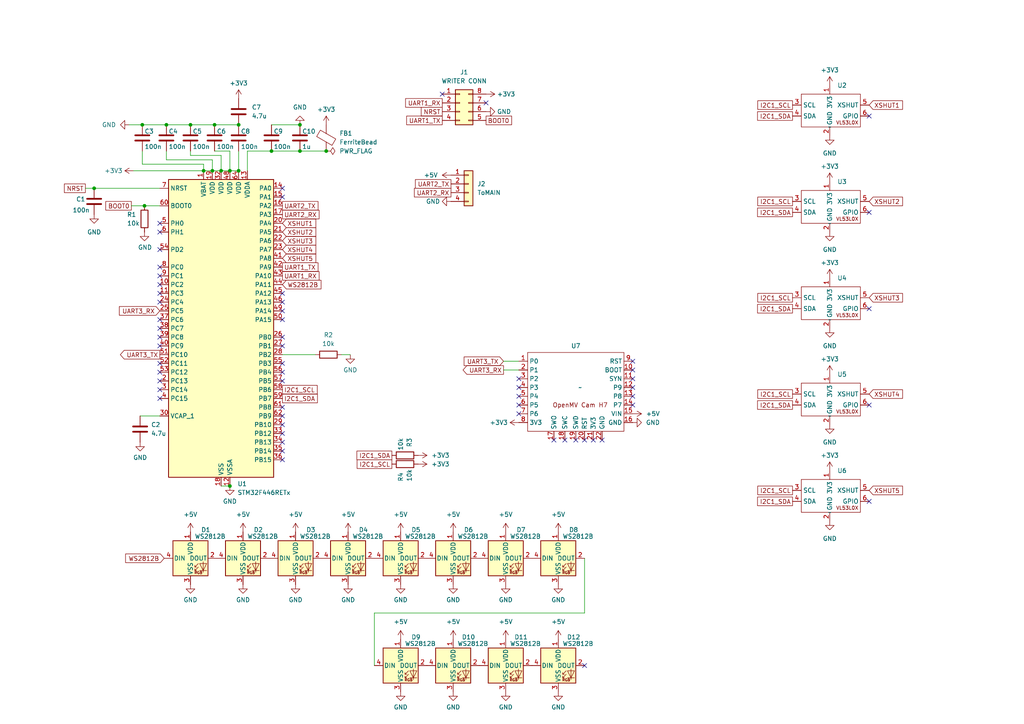
<source format=kicad_sch>
(kicad_sch (version 20230121) (generator eeschema)
  (paper "A4")
  (lib_symbols
    (symbol "Connector_Generic:Conn_01x04" (pin_names (offset 1.016) hide)
      (property "Reference" "J" (at 0 5.08 0))
      (property "Value" "Conn_01x04" (at 0 -7.62 0))
      (symbol "Conn_01x04_1_1"
        (rectangle (start -1.27 -4.953) (end 0 -5.207) (stroke (width 0.1524)))
        (rectangle (start -1.27 -2.413) (end 0 -2.667) (stroke (width 0.1524)))
        (rectangle (start -1.27 0.127) (end 0 -0.127) (stroke (width 0.1524)))
        (rectangle (start -1.27 2.667) (end 0 2.413) (stroke (width 0.1524)))
        (rectangle (start -1.27 3.81) (end 1.27 -6.35) (stroke (width 0.254)) (fill (type background)))
        (pin passive line (at -5.08 2.54 0) (length 3.81) (name "Pin_1") (number "1"))
        (pin passive line (at -5.08 0 0) (length 3.81) (name "Pin_2") (number "2"))
        (pin passive line (at -5.08 -2.54 0) (length 3.81) (name "Pin_3") (number "3"))
        (pin passive line (at -5.08 -5.08 0) (length 3.81) (name "Pin_4") (number "4"))
      )
    )
    (symbol "Connector_Generic:Conn_02x04_Counter_Clockwise" (pin_names (offset 1.016) hide)
      (property "Reference" "J" (at 1.27 5.08 0))
      (property "Value" "Conn_02x04_Counter_Clockwise" (at 1.27 -7.62 0))
      (symbol "Conn_02x04_Counter_Clockwise_1_1"
        (rectangle (start -1.27 -4.953) (end 0 -5.207) (stroke (width 0.1524)))
        (rectangle (start -1.27 -2.413) (end 0 -2.667) (stroke (width 0.1524)))
        (rectangle (start -1.27 0.127) (end 0 -0.127) (stroke (width 0.1524)))
        (rectangle (start -1.27 2.667) (end 0 2.413) (stroke (width 0.1524)))
        (rectangle (start -1.27 3.81) (end 3.81 -6.35) (stroke (width 0.254)) (fill (type background)))
        (rectangle (start 3.81 -4.953) (end 2.54 -5.207) (stroke (width 0.1524)))
        (rectangle (start 3.81 -2.413) (end 2.54 -2.667) (stroke (width 0.1524)))
        (rectangle (start 3.81 0.127) (end 2.54 -0.127) (stroke (width 0.1524)))
        (rectangle (start 3.81 2.667) (end 2.54 2.413) (stroke (width 0.1524)))
        (pin passive line (at -5.08 2.54 0) (length 3.81) (name "Pin_1") (number "1"))
        (pin passive line (at -5.08 0 0) (length 3.81) (name "Pin_2") (number "2"))
        (pin passive line (at -5.08 -2.54 0) (length 3.81) (name "Pin_3") (number "3"))
        (pin passive line (at -5.08 -5.08 0) (length 3.81) (name "Pin_4") (number "4"))
        (pin passive line (at 7.62 -5.08 180) (length 3.81) (name "Pin_5") (number "5"))
        (pin passive line (at 7.62 -2.54 180) (length 3.81) (name "Pin_6") (number "6"))
        (pin passive line (at 7.62 0 180) (length 3.81) (name "Pin_7") (number "7"))
        (pin passive line (at 7.62 2.54 180) (length 3.81) (name "Pin_8") (number "8"))
      )
    )
    (symbol "Device:C" (pin_numbers hide) (pin_names (offset 0.254))
      (property "Reference" "C" (at 0.635 2.54 0))
      (property "Value" "C" (at 0.635 -2.54 0))
      (symbol "C_0_1"
        (polyline (pts (xy -2.032 -0.762) (xy 2.032 -0.762)) (stroke (width 0.508)))
        (polyline (pts (xy -2.032 0.762) (xy 2.032 0.762)) (stroke (width 0.508)))
      )
      (symbol "C_1_1"
        (pin passive line (at 0 3.81 270) (length 2.794) (name "~") (number "1"))
        (pin passive line (at 0 -3.81 90) (length 2.794) (name "~") (number "2"))
      )
    )
    (symbol "Device:FerriteBead" (pin_numbers hide) (pin_names (offset 0))
      (property "Reference" "FB" (at -3.81 0.635 90))
      (property "Value" "FerriteBead" (at 3.81 0 90))
      (symbol "FerriteBead_0_1"
        (polyline (pts (xy 0 -1.27) (xy 0 -1.2192)))
        (polyline (pts (xy 0 1.27) (xy 0 1.2954)))
        (polyline (pts (xy -2.7686 0.4064) (xy -1.7018 2.2606) (xy 2.7686 -0.3048) (xy 1.6764 -2.159) (xy -2.7686 0.4064)))
      )
      (symbol "FerriteBead_1_1"
        (pin passive line (at 0 3.81 270) (length 2.54) (name "~") (number "1"))
        (pin passive line (at 0 -3.81 90) (length 2.54) (name "~") (number "2"))
      )
    )
    (symbol "Device:R" (pin_numbers hide) (pin_names (offset 0))
      (property "Reference" "R" (at 2.032 0 90))
      (property "Value" "R" (at 0 0 90))
      (symbol "R_0_1"
        (rectangle (start -1.016 -2.54) (end 1.016 2.54) (stroke (width 0.254)))
      )
      (symbol "R_1_1"
        (pin passive line (at 0 3.81 270) (length 1.27) (name "~") (number "1"))
        (pin passive line (at 0 -3.81 90) (length 1.27) (name "~") (number "2"))
      )
    )
    (symbol "LED:WS2812B" (pin_names (offset 0.254))
      (property "Reference" "D" (at 5.08 5.715 0))
      (property "Value" "WS2812B" (at 1.27 -5.715 0))
      (symbol "WS2812B_0_0"
        (text "RGB" (at 2.286 -4.191 0) (effects (font (size 0.762 0.762))))
      )
      (symbol "WS2812B_0_1"
        (polyline (pts (xy 1.27 -3.556) (xy 1.778 -3.556)))
        (polyline (pts (xy 1.27 -2.54) (xy 1.778 -2.54)))
        (polyline (pts (xy 4.699 -3.556) (xy 2.667 -3.556)))
        (polyline (pts (xy 2.286 -2.54) (xy 1.27 -3.556) (xy 1.27 -3.048)))
        (polyline (pts (xy 2.286 -1.524) (xy 1.27 -2.54) (xy 1.27 -2.032)))
        (polyline (pts (xy 3.683 -1.016) (xy 3.683 -3.556) (xy 3.683 -4.064)))
        (polyline (pts (xy 4.699 -1.524) (xy 2.667 -1.524) (xy 3.683 -3.556) (xy 4.699 -1.524)))
        (rectangle (start 5.08 5.08) (end -5.08 -5.08) (stroke (width 0.254)) (fill (type background)))
      )
      (symbol "WS2812B_1_1"
        (pin power_in line (at 0 7.62 270) (length 2.54) (name "VDD") (number "1"))
        (pin output line (at 7.62 0 180) (length 2.54) (name "DOUT") (number "2"))
        (pin power_in line (at 0 -7.62 90) (length 2.54) (name "VSS") (number "3"))
        (pin input line (at -7.62 0 0) (length 2.54) (name "DIN") (number "4"))
      )
    )
    (symbol "MCU_ST_STM32F4:STM32F446RETx"
      (property "Reference" "U" (at -15.24 44.45 0))
      (property "Value" "STM32F446RETx" (at 10.16 44.45 0))
      (symbol "STM32F446RETx_0_1"
        (rectangle (start -15.24 -43.18) (end 15.24 43.18) (stroke (width 0.254)) (fill (type background)))
      )
      (symbol "STM32F446RETx_1_1"
        (pin power_in line (at -5.08 45.72 270) (length 2.54) (name "VBAT") (number "1"))
        (pin bidirectional line (at -17.78 12.7 0) (length 2.54) (name "PC2") (number "10"))
        (pin bidirectional line (at -17.78 10.16 0) (length 2.54) (name "PC3") (number "11"))
        (pin power_in line (at 2.54 -45.72 90) (length 2.54) (name "VSSA") (number "12"))
        (pin power_in line (at 7.62 45.72 270) (length 2.54) (name "VDDA") (number "13"))
        (pin bidirectional line (at 17.78 40.64 180) (length 2.54) (name "PA0") (number "14"))
        (pin bidirectional line (at 17.78 38.1 180) (length 2.54) (name "PA1") (number "15"))
        (pin bidirectional line (at 17.78 35.56 180) (length 2.54) (name "PA2") (number "16"))
        (pin bidirectional line (at 17.78 33.02 180) (length 2.54) (name "PA3") (number "17"))
        (pin power_in line (at 0 -45.72 90) (length 2.54) (name "VSS") (number "18"))
        (pin power_in line (at -2.54 45.72 270) (length 2.54) (name "VDD") (number "19"))
        (pin bidirectional line (at -17.78 -15.24 0) (length 2.54) (name "PC13") (number "2"))
        (pin bidirectional line (at 17.78 30.48 180) (length 2.54) (name "PA4") (number "20"))
        (pin bidirectional line (at 17.78 27.94 180) (length 2.54) (name "PA5") (number "21"))
        (pin bidirectional line (at 17.78 25.4 180) (length 2.54) (name "PA6") (number "22"))
        (pin bidirectional line (at 17.78 22.86 180) (length 2.54) (name "PA7") (number "23"))
        (pin bidirectional line (at -17.78 7.62 0) (length 2.54) (name "PC4") (number "24"))
        (pin bidirectional line (at -17.78 5.08 0) (length 2.54) (name "PC5") (number "25"))
        (pin bidirectional line (at 17.78 -2.54 180) (length 2.54) (name "PB0") (number "26"))
        (pin bidirectional line (at 17.78 -5.08 180) (length 2.54) (name "PB1") (number "27"))
        (pin bidirectional line (at 17.78 -7.62 180) (length 2.54) (name "PB2") (number "28"))
        (pin bidirectional line (at 17.78 -27.94 180) (length 2.54) (name "PB10") (number "29"))
        (pin bidirectional line (at -17.78 -17.78 0) (length 2.54) (name "PC14") (number "3"))
        (pin power_out line (at -17.78 -25.4 0) (length 2.54) (name "VCAP_1") (number "30"))
        (pin passive line (at 0 -45.72 90) (length 2.54) hide (name "VSS") (number "31"))
        (pin power_in line (at 0 45.72 270) (length 2.54) (name "VDD") (number "32"))
        (pin bidirectional line (at 17.78 -30.48 180) (length 2.54) (name "PB12") (number "33"))
        (pin bidirectional line (at 17.78 -33.02 180) (length 2.54) (name "PB13") (number "34"))
        (pin bidirectional line (at 17.78 -35.56 180) (length 2.54) (name "PB14") (number "35"))
        (pin bidirectional line (at 17.78 -38.1 180) (length 2.54) (name "PB15") (number "36"))
        (pin bidirectional line (at -17.78 2.54 0) (length 2.54) (name "PC6") (number "37"))
        (pin bidirectional line (at -17.78 0 0) (length 2.54) (name "PC7") (number "38"))
        (pin bidirectional line (at -17.78 -2.54 0) (length 2.54) (name "PC8") (number "39"))
        (pin bidirectional line (at -17.78 -20.32 0) (length 2.54) (name "PC15") (number "4"))
        (pin bidirectional line (at -17.78 -5.08 0) (length 2.54) (name "PC9") (number "40"))
        (pin bidirectional line (at 17.78 20.32 180) (length 2.54) (name "PA8") (number "41"))
        (pin bidirectional line (at 17.78 17.78 180) (length 2.54) (name "PA9") (number "42"))
        (pin bidirectional line (at 17.78 15.24 180) (length 2.54) (name "PA10") (number "43"))
        (pin bidirectional line (at 17.78 12.7 180) (length 2.54) (name "PA11") (number "44"))
        (pin bidirectional line (at 17.78 10.16 180) (length 2.54) (name "PA12") (number "45"))
        (pin bidirectional line (at 17.78 7.62 180) (length 2.54) (name "PA13") (number "46"))
        (pin passive line (at 0 -45.72 90) (length 2.54) hide (name "VSS") (number "47"))
        (pin power_in line (at 2.54 45.72 270) (length 2.54) (name "VDD") (number "48"))
        (pin bidirectional line (at 17.78 5.08 180) (length 2.54) (name "PA14") (number "49"))
        (pin bidirectional line (at -17.78 30.48 0) (length 2.54) (name "PH0") (number "5"))
        (pin bidirectional line (at 17.78 2.54 180) (length 2.54) (name "PA15") (number "50"))
        (pin bidirectional line (at -17.78 -7.62 0) (length 2.54) (name "PC10") (number "51"))
        (pin bidirectional line (at -17.78 -10.16 0) (length 2.54) (name "PC11") (number "52"))
        (pin bidirectional line (at -17.78 -12.7 0) (length 2.54) (name "PC12") (number "53"))
        (pin bidirectional line (at -17.78 22.86 0) (length 2.54) (name "PD2") (number "54"))
        (pin bidirectional line (at 17.78 -10.16 180) (length 2.54) (name "PB3") (number "55"))
        (pin bidirectional line (at 17.78 -12.7 180) (length 2.54) (name "PB4") (number "56"))
        (pin bidirectional line (at 17.78 -15.24 180) (length 2.54) (name "PB5") (number "57"))
        (pin bidirectional line (at 17.78 -17.78 180) (length 2.54) (name "PB6") (number "58"))
        (pin bidirectional line (at 17.78 -20.32 180) (length 2.54) (name "PB7") (number "59"))
        (pin bidirectional line (at -17.78 27.94 0) (length 2.54) (name "PH1") (number "6"))
        (pin input line (at -17.78 35.56 0) (length 2.54) (name "BOOT0") (number "60"))
        (pin bidirectional line (at 17.78 -22.86 180) (length 2.54) (name "PB8") (number "61"))
        (pin bidirectional line (at 17.78 -25.4 180) (length 2.54) (name "PB9") (number "62"))
        (pin passive line (at 0 -45.72 90) (length 2.54) hide (name "VSS") (number "63"))
        (pin power_in line (at 5.08 45.72 270) (length 2.54) (name "VDD") (number "64"))
        (pin input line (at -17.78 40.64 0) (length 2.54) (name "NRST") (number "7"))
        (pin bidirectional line (at -17.78 17.78 0) (length 2.54) (name "PC0") (number "8"))
        (pin bidirectional line (at -17.78 15.24 0) (length 2.54) (name "PC1") (number "9"))
      )
    )
    (symbol "OpenMV:OpenMV_h7"
      (property "Reference" "U" (at 0 0 0))
      (symbol "OpenMV_h7_0_1"
        (rectangle (start -15.24 10.16) (end 12.7 -12.7))
      )
      (symbol "OpenMV_h7_1_1"
        (text "OpenMV Cam H7" (at 0 -5.08 0) (effects (font (size 1.27 1.27))))
        (pin passive line (at -17.78 7.62 0) (length 2.54) (name "P0") (number "1"))
        (pin passive line (at 15.24 5.08 180) (length 2.54) (name "BOOT") (number "10"))
        (pin passive line (at 15.24 2.54 180) (length 2.54) (name "SYN") (number "11"))
        (pin passive line (at 15.24 0 180) (length 2.54) (name "P9") (number "12"))
        (pin passive line (at 15.24 -2.54 180) (length 2.54) (name "P8") (number "13"))
        (pin passive line (at 15.24 -5.08 180) (length 2.54) (name "P7") (number "14"))
        (pin passive line (at 15.24 -7.62 180) (length 2.54) (name "VIN") (number "15"))
        (pin passive line (at 15.24 -10.16 180) (length 2.54) (name "GND") (number "16"))
        (pin passive line (at -7.62 -15.24 90) (length 2.54) (name "SWO") (number "17"))
        (pin passive line (at -4.445 -15.24 90) (length 2.54) (name "SWC") (number "18"))
        (pin passive line (at -1.27 -15.24 90) (length 2.54) (name "SWD") (number "19"))
        (pin passive line (at -17.78 5.08 0) (length 2.54) (name "P1") (number "2"))
        (pin passive line (at 1.27 -15.24 90) (length 2.54) (name "RST") (number "20"))
        (pin passive line (at 3.81 -15.24 90) (length 2.54) (name "3V3") (number "21"))
        (pin passive line (at 6.35 -15.24 90) (length 2.54) (name "GND") (number "22"))
        (pin passive line (at -17.78 2.54 0) (length 2.54) (name "P2") (number "3"))
        (pin passive line (at -17.78 0 0) (length 2.54) (name "P3") (number "4"))
        (pin passive line (at -17.78 -2.54 0) (length 2.54) (name "P4") (number "5"))
        (pin passive line (at -17.78 -5.08 0) (length 2.54) (name "P5") (number "6"))
        (pin passive line (at -17.78 -7.62 0) (length 2.54) (name "P6") (number "7"))
        (pin passive line (at -17.78 -10.16 0) (length 2.54) (name "3V3") (number "8"))
        (pin passive line (at 15.24 7.62 180) (length 2.54) (name "RST") (number "9"))
      )
    )
    (symbol "power:+3V3" (power) (pin_names (offset 0))
      (property "Value" "+3V3" (at 0 3.556 0))
      (symbol "+3V3_0_1"
        (polyline (pts (xy -0.762 1.27) (xy 0 2.54)))
        (polyline (pts (xy 0 0) (xy 0 2.54)))
        (polyline (pts (xy 0 2.54) (xy 0.762 1.27)))
      )
      (symbol "+3V3_1_1"
        (pin power_in line (at 0 0 90) (length 0) hide (name "+3V3") (number "1"))
      )
    )
    (symbol "power:+5V" (power) (pin_names (offset 0))
      (property "Value" "+5V" (at 0 3.556 0))
      (symbol "+5V_0_1"
        (polyline (pts (xy -0.762 1.27) (xy 0 2.54)))
        (polyline (pts (xy 0 0) (xy 0 2.54)))
        (polyline (pts (xy 0 2.54) (xy 0.762 1.27)))
      )
      (symbol "+5V_1_1"
        (pin power_in line (at 0 0 90) (length 0) hide (name "+5V") (number "1"))
      )
    )
    (symbol "power:GND" (power) (pin_names (offset 0))
      (property "Value" "GND" (at 0 -3.81 0))
      (symbol "GND_0_1"
        (polyline (pts (xy 0 0) (xy 0 -1.27) (xy 1.27 -1.27) (xy 0 -2.54) (xy -1.27 -1.27) (xy 0 -1.27)))
      )
      (symbol "GND_1_1"
        (pin power_in line (at 0 0 270) (length 0) hide (name "GND") (number "1"))
      )
    )
    (symbol "power:PWR_FLAG" (power) (pin_numbers hide) (pin_names (offset 0) hide)
      (property "Value" "PWR_FLAG" (at 0 3.81 0))
      (symbol "PWR_FLAG_0_0"
        (pin power_out line (at 0 0 90) (length 0) (name "pwr") (number "1"))
      )
      (symbol "PWR_FLAG_0_1"
        (polyline (pts (xy 0 0) (xy 0 1.27) (xy -1.016 1.905) (xy 0 2.54) (xy 1.016 1.905) (xy 0 1.27)))
      )
    )
    (symbol "tuton_module:vl53l0x_module"
      (property "Reference" "U" (at 4.445 10.795 0))
      (symbol "vl53l0x_module_0_1"
        (rectangle (start -8.255 9.525) (end 8.89 0))
      )
      (symbol "vl53l0x_module_1_1"
        (text "VL53L0X" (at 5.08 1.27 0) (effects (font (size 1.016 1.016))))
        (pin power_in line (at 0 12.065 270) (length 2.54) (name "3V3") (number "1"))
        (pin power_in line (at 0 -2.54 90) (length 2.54) (name "GND") (number "2"))
        (pin passive line (at -10.795 6.35 0) (length 2.54) (name "SCL") (number "3"))
        (pin passive line (at -10.795 3.175 0) (length 2.54) (name "SDA") (number "4"))
        (pin passive line (at 11.43 6.35 180) (length 2.54) (name "XSHUT") (number "5"))
        (pin passive line (at 11.43 3.175 180) (length 2.54) (name "GPIO") (number "6"))
      )
    )
  )
  (junction (at 64.135 49.53))
  (junction (at 48.26 36.195))
  (junction (at 41.275 36.195))
  (junction (at 27.305 54.61))
  (junction (at 41.91 59.69))
  (junction (at 94.615 43.815))
  (junction (at 61.595 49.53))
  (junction (at 59.055 49.53))
  (junction (at 69.215 36.195))
  (junction (at 69.215 49.53))
  (junction (at 66.675 140.97))
  (junction (at 66.675 49.53))
  (junction (at 62.23 36.195))
  (junction (at 55.245 36.195))
  (junction (at 78.74 43.815))
  (junction (at 86.995 43.815))
  (junction (at 86.995 36.195))
  (no_connect (at 174.625 127.635))
  (no_connect (at 46.355 95.25))
  (no_connect (at 140.97 29.845))
  (no_connect (at 46.355 77.47))
  (no_connect (at 172.085 127.635))
  (no_connect (at 252.095 61.595))
  (no_connect (at 252.095 117.475))
  (no_connect (at 150.495 109.855))
  (no_connect (at 81.915 100.33))
  (no_connect (at 81.915 57.15))
  (no_connect (at 46.355 105.41))
  (no_connect (at 46.355 87.63))
  (no_connect (at 81.915 123.19))
  (no_connect (at 81.915 130.81))
  (no_connect (at 167.005 127.635))
  (no_connect (at 46.355 115.57))
  (no_connect (at 169.545 127.635))
  (no_connect (at 183.515 112.395))
  (no_connect (at 183.515 117.475))
  (no_connect (at 183.515 107.315))
  (no_connect (at 169.545 193.04))
  (no_connect (at 81.915 87.63))
  (no_connect (at 183.515 109.855))
  (no_connect (at 150.495 114.935))
  (no_connect (at 81.915 54.61))
  (no_connect (at 46.355 80.01))
  (no_connect (at 46.355 110.49))
  (no_connect (at 81.915 85.09))
  (no_connect (at 252.095 145.415))
  (no_connect (at 46.355 67.31))
  (no_connect (at 81.915 125.73))
  (no_connect (at 81.915 128.27))
  (no_connect (at 81.915 120.65))
  (no_connect (at 81.915 97.79))
  (no_connect (at 81.915 118.11))
  (no_connect (at 150.495 120.015))
  (no_connect (at 81.915 90.17))
  (no_connect (at 252.095 33.655))
  (no_connect (at 46.355 85.09))
  (no_connect (at 46.355 100.33))
  (no_connect (at 46.355 113.03))
  (no_connect (at 163.83 127.635))
  (no_connect (at 150.495 112.395))
  (no_connect (at 252.095 89.535))
  (no_connect (at 81.915 133.35))
  (no_connect (at 81.915 92.71))
  (no_connect (at 46.355 97.79))
  (no_connect (at 46.355 64.77))
  (no_connect (at 81.915 105.41))
  (no_connect (at 46.355 82.55))
  (no_connect (at 81.915 107.95))
  (no_connect (at 128.27 27.305))
  (no_connect (at 46.355 72.39))
  (no_connect (at 46.355 107.95))
  (no_connect (at 160.655 127.635))
  (no_connect (at 46.355 92.71))
  (no_connect (at 150.495 117.475))
  (no_connect (at 81.915 110.49))
  (no_connect (at 183.515 104.775))
  (no_connect (at 183.515 114.935))
  (wire (pts (xy 40.64 120.65) (xy 46.355 120.65)))
  (wire (pts (xy 41.91 59.69) (xy 46.355 59.69)))
  (wire (pts (xy 38.735 49.53) (xy 59.055 49.53)))
  (wire (pts (xy 66.675 43.815) (xy 66.675 49.53)))
  (wire (pts (xy 59.055 49.53) (xy 61.595 49.53)))
  (wire (pts (xy 41.275 47.625) (xy 59.055 47.625)))
  (wire (pts (xy 64.135 49.53) (xy 66.675 49.53)))
  (wire (pts (xy 62.23 36.195) (xy 69.215 36.195)))
  (wire (pts (xy 62.23 43.815) (xy 66.675 43.815)))
  (wire (pts (xy 48.26 46.355) (xy 61.595 46.355)))
  (wire (pts (xy 48.26 43.815) (xy 48.26 46.355)))
  (wire (pts (xy 78.74 36.195) (xy 86.995 36.195)))
  (wire (pts (xy 86.995 43.815) (xy 94.615 43.815)))
  (wire (pts (xy 71.755 43.815) (xy 78.74 43.815)))
  (wire (pts (xy 99.06 102.87) (xy 101.6 102.87)))
  (wire (pts (xy 146.05 104.775) (xy 150.495 104.775)))
  (wire (pts (xy 64.135 45.085) (xy 64.135 49.53)))
  (wire (pts (xy 146.05 107.315) (xy 150.495 107.315)))
  (wire (pts (xy 59.055 47.625) (xy 59.055 49.53)))
  (wire (pts (xy 55.245 36.195) (xy 62.23 36.195)))
  (wire (pts (xy 71.755 49.53) (xy 71.755 43.815)))
  (wire (pts (xy 64.135 140.97) (xy 66.675 140.97)))
  (wire (pts (xy 61.595 46.355) (xy 61.595 49.53)))
  (wire (pts (xy 66.675 49.53) (xy 69.215 49.53)))
  (wire (pts (xy 24.765 54.61) (xy 27.305 54.61)))
  (wire (pts (xy 169.545 177.8) (xy 108.585 177.8)))
  (wire (pts (xy 78.74 43.815) (xy 86.995 43.815)))
  (wire (pts (xy 41.275 36.195) (xy 48.26 36.195)))
  (wire (pts (xy 37.465 36.195) (xy 41.275 36.195)))
  (wire (pts (xy 55.245 43.815) (xy 55.245 45.085)))
  (wire (pts (xy 38.1 59.69) (xy 41.91 59.69)))
  (wire (pts (xy 108.585 177.8) (xy 108.585 193.04)))
  (wire (pts (xy 41.275 43.815) (xy 41.275 47.625)))
  (wire (pts (xy 48.26 36.195) (xy 55.245 36.195)))
  (wire (pts (xy 81.915 102.87) (xy 91.44 102.87)))
  (wire (pts (xy 27.305 54.61) (xy 46.355 54.61)))
  (wire (pts (xy 169.545 161.925) (xy 169.545 177.8)))
  (wire (pts (xy 61.595 49.53) (xy 64.135 49.53)))
  (wire (pts (xy 69.215 43.815) (xy 69.215 49.53)))
  (wire (pts (xy 55.245 45.085) (xy 64.135 45.085)))
  (global_label "I2C1_SCL" (shape passive) (at 229.87 114.3 180) (property "Intersheetrefs" "${INTERSHEET_REFS}" (effects hide)))
  (global_label "I2C1_SCL" (shape passive) (at 229.87 30.48 180) (property "Intersheetrefs" "${INTERSHEET_REFS}" (effects hide)))
  (global_label "I2C1_SDA" (shape passive) (at 229.87 117.475 180) (property "Intersheetrefs" "${INTERSHEET_REFS}" (effects hide)))
  (global_label "I2C1_SCL" (shape passive) (at 113.665 134.62 180) (property "Intersheetrefs" "${INTERSHEET_REFS}" (effects hide)))
  (global_label "XSHUT2" (shape input) (at 81.915 67.31 0) (property "Intersheetrefs" "${INTERSHEET_REFS}" (effects hide)))
  (global_label "UART2_TX" (shape passive) (at 130.81 53.34 180) (property "Intersheetrefs" "${INTERSHEET_REFS}" (effects hide)))
  (global_label "UART3_RX" (shape output) (at 146.05 107.315 180) (property "Intersheetrefs" "${INTERSHEET_REFS}" (effects hide)))
  (global_label "XSHUT5" (shape input) (at 252.095 142.24 0) (property "Intersheetrefs" "${INTERSHEET_REFS}" (effects hide)))
  (global_label "XSHUT4" (shape input) (at 252.095 114.3 0) (property "Intersheetrefs" "${INTERSHEET_REFS}" (effects hide)))
  (global_label "XSHUT4" (shape input) (at 81.915 72.39 0) (property "Intersheetrefs" "${INTERSHEET_REFS}" (effects hide)))
  (global_label "I2C1_SCL" (shape passive) (at 229.87 86.36 180) (property "Intersheetrefs" "${INTERSHEET_REFS}" (effects hide)))
  (global_label "I2C1_SDA" (shape passive) (at 229.87 61.595 180) (property "Intersheetrefs" "${INTERSHEET_REFS}" (effects hide)))
  (global_label "UART2_TX" (shape passive) (at 81.915 59.69 0) (property "Intersheetrefs" "${INTERSHEET_REFS}" (effects hide)))
  (global_label "I2C1_SCL" (shape passive) (at 229.87 142.24 180) (property "Intersheetrefs" "${INTERSHEET_REFS}" (effects hide)))
  (global_label "I2C1_SDA" (shape passive) (at 81.915 115.57 0) (property "Intersheetrefs" "${INTERSHEET_REFS}" (effects hide)))
  (global_label "XSHUT5" (shape input) (at 81.915 74.93 0) (property "Intersheetrefs" "${INTERSHEET_REFS}" (effects hide)))
  (global_label "UART2_RX" (shape passive) (at 130.81 55.88 180) (property "Intersheetrefs" "${INTERSHEET_REFS}" (effects hide)))
  (global_label "WS2812B" (shape input) (at 81.915 82.55 0) (property "Intersheetrefs" "${INTERSHEET_REFS}" (effects hide)))
  (global_label "I2C1_SDA" (shape passive) (at 113.665 132.08 180) (property "Intersheetrefs" "${INTERSHEET_REFS}" (effects hide)))
  (global_label "XSHUT1" (shape input) (at 252.095 30.48 0) (property "Intersheetrefs" "${INTERSHEET_REFS}" (effects hide)))
  (global_label "UART1_TX" (shape passive) (at 81.915 77.47 0) (property "Intersheetrefs" "${INTERSHEET_REFS}" (effects hide)))
  (global_label "I2C1_SDA" (shape passive) (at 229.87 145.415 180) (property "Intersheetrefs" "${INTERSHEET_REFS}" (effects hide)))
  (global_label "UART1_RX" (shape passive) (at 81.915 80.01 0) (property "Intersheetrefs" "${INTERSHEET_REFS}" (effects hide)))
  (global_label "XSHUT3" (shape input) (at 81.915 69.85 0) (property "Intersheetrefs" "${INTERSHEET_REFS}" (effects hide)))
  (global_label "NRST" (shape passive) (at 128.27 32.385 180) (property "Intersheetrefs" "${INTERSHEET_REFS}" (effects hide)))
  (global_label "UART3_TX" (shape input) (at 146.05 104.775 180) (property "Intersheetrefs" "${INTERSHEET_REFS}" (effects hide)))
  (global_label "UART1_TX" (shape passive) (at 128.27 34.925 180) (property "Intersheetrefs" "${INTERSHEET_REFS}" (effects hide)))
  (global_label "NRST" (shape passive) (at 24.765 54.61 180) (property "Intersheetrefs" "${INTERSHEET_REFS}" (effects hide)))
  (global_label "UART1_RX" (shape passive) (at 128.27 29.845 180) (property "Intersheetrefs" "${INTERSHEET_REFS}" (effects hide)))
  (global_label "I2C1_SCL" (shape passive) (at 229.87 58.42 180) (property "Intersheetrefs" "${INTERSHEET_REFS}" (effects hide)))
  (global_label "UART3_TX" (shape output) (at 46.355 102.87 180) (property "Intersheetrefs" "${INTERSHEET_REFS}" (effects hide)))
  (global_label "UART2_RX" (shape passive) (at 81.915 62.23 0) (property "Intersheetrefs" "${INTERSHEET_REFS}" (effects hide)))
  (global_label "XSHUT3" (shape input) (at 252.095 86.36 0) (property "Intersheetrefs" "${INTERSHEET_REFS}" (effects hide)))
  (global_label "XSHUT2" (shape input) (at 252.095 58.42 0) (property "Intersheetrefs" "${INTERSHEET_REFS}" (effects hide)))
  (global_label "XSHUT1" (shape input) (at 81.915 64.77 0) (property "Intersheetrefs" "${INTERSHEET_REFS}" (effects hide)))
  (global_label "BOOT0" (shape passive) (at 140.97 34.925 0) (property "Intersheetrefs" "${INTERSHEET_REFS}" (effects hide)))
  (global_label "I2C1_SDA" (shape passive) (at 229.87 33.655 180) (property "Intersheetrefs" "${INTERSHEET_REFS}" (effects hide)))
  (global_label "WS2812B" (shape input) (at 47.625 161.925 180) (property "Intersheetrefs" "${INTERSHEET_REFS}" (effects hide)))
  (global_label "I2C1_SCL" (shape passive) (at 81.915 113.03 0) (property "Intersheetrefs" "${INTERSHEET_REFS}" (effects hide)))
  (global_label "UART3_RX" (shape input) (at 46.355 90.17 180) (property "Intersheetrefs" "${INTERSHEET_REFS}" (effects hide)))
  (global_label "BOOT0" (shape passive) (at 38.1 59.69 180) (property "Intersheetrefs" "${INTERSHEET_REFS}" (effects hide)))
  (global_label "I2C1_SDA" (shape passive) (at 229.87 89.535 180) (property "Intersheetrefs" "${INTERSHEET_REFS}" (effects hide)))
  (symbol (lib_id "tuton_module:vl53l0x_module") (at 240.665 92.71 0) (unit 1)
    (property "Reference" "U4" (at 242.8591 80.645 0) (effects (justify left)))
    (property "Value" "~" (at 240.665 92.71 0))
    (property "Footprint" "tuton:VL53L0X_horizontal" (effects hide))
  )
  (symbol (lib_id "power:GND") (at 183.515 122.555 90) (unit 1)
    (property "Reference" "#PWR050" (effects hide))
    (property "Value" "GND" (at 187.325 122.555 90) (effects (justify right)))
  )
  (symbol (lib_id "Device:R") (at 95.25 102.87 90) (unit 1)
    (property "Reference" "R2" (at 95.25 97.155 90))
    (property "Value" "10k" (at 95.25 99.695 90))
    (property "Footprint" "Resistor_SMD:R_0603_1608Metric" (effects hide))
    (property "LCSC" "C25804" (effects hide))
  )
  (symbol (lib_id "Device:R") (at 117.475 132.08 270) (unit 1)
    (property "Reference" "R3" (at 118.745 127 0) (effects (justify left)))
    (property "Value" "10k" (at 116.205 127 0) (effects (justify left)))
    (property "Footprint" "Resistor_SMD:R_0603_1608Metric" (effects hide))
    (property "LCSC" "C25804" (effects hide))
  )
  (symbol (lib_id "power:+5V") (at 100.965 154.305 0) (unit 1)
    (property "Reference" "#PWR031" (effects hide))
    (property "Value" "+5V" (at 100.965 149.225 0))
  )
  (symbol (lib_id "power:GND") (at 55.245 169.545 0) (unit 1)
    (property "Reference" "#PWR025" (effects hide))
    (property "Value" "GND" (at 55.245 173.99 0))
  )
  (symbol (lib_id "power:+5V") (at 131.445 154.305 0) (unit 1)
    (property "Reference" "#PWR035" (effects hide))
    (property "Value" "+5V" (at 131.445 149.225 0))
  )
  (symbol (lib_id "Device:C") (at 62.23 40.005 0) (unit 1)
    (property "Reference" "C6" (at 62.865 38.1 0) (effects (justify left)))
    (property "Value" "100n" (at 62.865 42.545 0) (effects (justify left)))
    (property "Footprint" "Capacitor_SMD:C_0402_1005Metric" (effects hide))
    (property "LCSC" "C1525" (effects hide))
  )
  (symbol (lib_id "LED:WS2812B") (at 146.685 161.925 0) (unit 1)
    (property "Reference" "D7" (at 151.13 153.67 0))
    (property "Value" "WS2812B" (at 152.4 155.575 0))
    (property "Footprint" "LED_SMD:LED_WS2812B_PLCC4_5.0x5.0mm_P3.2mm" (effects hide))
    (property "Datasheet" "https://cdn-shop.adafruit.com/datasheets/WS2812B.pdf" (effects hide))
  )
  (symbol (lib_id "power:+5V") (at 130.81 50.8 90) (unit 1)
    (property "Reference" "#PWR011" (effects hide))
    (property "Value" "+5V" (at 127 50.8 90) (effects (justify left)))
  )
  (symbol (lib_id "power:+3V3") (at 38.735 49.53 90) (unit 1)
    (property "Reference" "#PWR03" (effects hide))
    (property "Value" "+3V3" (at 35.56 49.53 90) (effects (justify left)))
  )
  (symbol (lib_id "Device:C") (at 78.74 40.005 0) (unit 1)
    (property "Reference" "C9" (at 79.375 38.1 0) (effects (justify left)))
    (property "Value" "100n" (at 79.375 42.545 0) (effects (justify left)))
    (property "Footprint" "Capacitor_SMD:C_0402_1005Metric" (effects hide))
    (property "LCSC" "C1525" (effects hide))
  )
  (symbol (lib_id "tuton_module:vl53l0x_module") (at 240.665 36.83 0) (unit 1)
    (property "Reference" "U2" (at 242.8591 24.765 0) (effects (justify left)))
    (property "Value" "~" (at 240.665 36.83 0))
    (property "Footprint" "tuton:VL53L0X_horizontal" (effects hide))
  )
  (symbol (lib_id "power:GND") (at 240.665 95.25 0) (unit 1)
    (property "Reference" "#PWR019" (effects hide))
    (property "Value" "GND" (at 240.665 100.33 0))
  )
  (symbol (lib_id "power:+3V3") (at 240.665 52.705 0) (unit 1)
    (property "Reference" "#PWR016" (effects hide))
    (property "Value" "+3V3" (at 240.665 48.26 0))
  )
  (symbol (lib_id "power:+3V3") (at 69.215 28.575 0) (unit 1)
    (property "Reference" "#PWR07" (effects hide))
    (property "Value" "+3V3" (at 69.215 24.13 0))
  )
  (symbol (lib_id "power:GND") (at 41.91 67.31 0) (unit 1)
    (property "Reference" "#PWR05" (effects hide))
    (property "Value" "GND" (at 40.005 71.755 0) (effects (justify left)))
  )
  (symbol (lib_id "power:+5V") (at 146.685 185.42 0) (unit 1)
    (property "Reference" "#PWR045" (effects hide))
    (property "Value" "+5V" (at 146.685 180.34 0))
  )
  (symbol (lib_id "tuton_module:vl53l0x_module") (at 240.665 120.65 0) (unit 1)
    (property "Reference" "U5" (at 242.8591 108.585 0) (effects (justify left)))
    (property "Value" "~" (at 240.665 120.65 0))
    (property "Footprint" "tuton:VL53L0X_horizontal" (effects hide))
  )
  (symbol (lib_id "power:+3V3") (at 140.97 27.305 270) (unit 1)
    (property "Reference" "#PWR012" (effects hide))
    (property "Value" "+3V3" (at 144.145 27.305 90) (effects (justify left)))
  )
  (symbol (lib_id "Device:C") (at 86.995 40.005 0) (unit 1)
    (property "Reference" "C10" (at 87.63 38.1 0) (effects (justify left)))
    (property "Value" "1u" (at 87.63 42.545 0) (effects (justify left)))
    (property "Footprint" "Capacitor_SMD:C_0402_1005Metric" (effects hide))
    (property "LCSC" "C52923" (effects hide))
  )
  (symbol (lib_id "LED:WS2812B") (at 131.445 161.925 0) (unit 1)
    (property "Reference" "D6" (at 135.89 153.67 0))
    (property "Value" "WS2812B" (at 137.16 155.575 0))
    (property "Footprint" "LED_SMD:LED_WS2812B_PLCC4_5.0x5.0mm_P3.2mm" (effects hide))
    (property "Datasheet" "https://cdn-shop.adafruit.com/datasheets/WS2812B.pdf" (effects hide))
  )
  (symbol (lib_id "LED:WS2812B") (at 116.205 161.925 0) (unit 1)
    (property "Reference" "D5" (at 120.65 153.67 0))
    (property "Value" "WS2812B" (at 121.92 155.575 0))
    (property "Footprint" "LED_SMD:LED_WS2812B_PLCC4_5.0x5.0mm_P3.2mm" (effects hide))
    (property "Datasheet" "https://cdn-shop.adafruit.com/datasheets/WS2812B.pdf" (effects hide))
  )
  (symbol (lib_id "power:GND") (at 40.64 128.27 0) (unit 1)
    (property "Reference" "#PWR04" (effects hide))
    (property "Value" "GND" (at 40.64 132.715 0))
  )
  (symbol (lib_id "power:+5V") (at 116.205 185.42 0) (unit 1)
    (property "Reference" "#PWR041" (effects hide))
    (property "Value" "+5V" (at 116.205 180.34 0))
  )
  (symbol (lib_id "power:GND") (at 101.6 102.87 0) (unit 1)
    (property "Reference" "#PWR010" (effects hide))
    (property "Value" "GND" (at 101.6 107.315 0))
  )
  (symbol (lib_id "LED:WS2812B") (at 161.925 161.925 0) (unit 1)
    (property "Reference" "D8" (at 166.37 153.67 0))
    (property "Value" "WS2812B" (at 167.64 155.575 0))
    (property "Footprint" "LED_SMD:LED_WS2812B_PLCC4_5.0x5.0mm_P3.2mm" (effects hide))
    (property "Datasheet" "https://cdn-shop.adafruit.com/datasheets/WS2812B.pdf" (effects hide))
  )
  (symbol (lib_id "Device:C") (at 55.245 40.005 0) (unit 1)
    (property "Reference" "C5" (at 55.88 38.1 0) (effects (justify left)))
    (property "Value" "100n" (at 55.88 42.545 0) (effects (justify left)))
    (property "Footprint" "Capacitor_SMD:C_0402_1005Metric" (effects hide))
    (property "LCSC" "C1525" (effects hide))
  )
  (symbol (lib_id "Device:C") (at 41.275 40.005 0) (unit 1)
    (property "Reference" "C3" (at 41.91 38.1 0) (effects (justify left)))
    (property "Value" "100n" (at 41.91 42.545 0) (effects (justify left)))
    (property "Footprint" "Capacitor_SMD:C_0402_1005Metric" (effects hide))
    (property "LCSC" "C1525" (effects hide))
  )
  (symbol (lib_id "power:+5V") (at 55.245 154.305 0) (unit 1)
    (property "Reference" "#PWR026" (effects hide))
    (property "Value" "+5V" (at 55.245 149.225 0))
  )
  (symbol (lib_id "power:GND") (at 140.97 32.385 90) (unit 1)
    (property "Reference" "#PWR013" (effects hide))
    (property "Value" "GND" (at 144.145 32.385 90) (effects (justify right)))
  )
  (symbol (lib_id "Device:FerriteBead") (at 94.615 40.005 0) (unit 1)
    (property "Reference" "FB1" (at 98.425 38.6842 0) (effects (justify left)))
    (property "Value" "FerriteBead" (at 98.425 41.2242 0) (effects (justify left)))
    (property "Footprint" "Resistor_SMD:R_0805_2012Metric" (effects hide))
    (property "LCSC" "C1015" (effects hide))
  )
  (symbol (lib_id "power:GND") (at 131.445 169.545 0) (unit 1)
    (property "Reference" "#PWR036" (effects hide))
    (property "Value" "GND" (at 131.445 173.99 0))
  )
  (symbol (lib_id "power:GND") (at 27.305 62.23 0) (unit 1)
    (property "Reference" "#PWR01" (effects hide))
    (property "Value" "GND" (at 27.305 67.31 0))
  )
  (symbol (lib_id "Connector_Generic:Conn_02x04_Counter_Clockwise") (at 133.35 29.845 0) (unit 1)
    (property "Reference" "J1" (at 134.62 20.955 0))
    (property "Value" "WRITER CONN" (at 134.62 23.495 0))
    (property "Footprint" "Connector_PinSocket_2.54mm:PinSocket_2x04_P2.54mm_Vertical" (effects hide))
  )
  (symbol (lib_id "Device:C") (at 40.64 124.46 0) (unit 1)
    (property "Reference" "C2" (at 43.815 123.19 0) (effects (justify left)))
    (property "Value" "4.7u" (at 43.815 125.73 0) (effects (justify left)))
    (property "Footprint" "Capacitor_SMD:C_0402_1005Metric" (effects hide))
    (property "LCSC" "C23733" (effects hide))
  )
  (symbol (lib_id "power:GND") (at 146.685 169.545 0) (unit 1)
    (property "Reference" "#PWR038" (effects hide))
    (property "Value" "GND" (at 146.685 173.99 0))
  )
  (symbol (lib_id "tuton_module:vl53l0x_module") (at 240.665 148.59 0) (unit 1)
    (property "Reference" "U6" (at 242.8591 136.525 0) (effects (justify left)))
    (property "Value" "~" (at 240.665 148.59 0))
    (property "Footprint" "tuton:VL53L0X_horizontal" (effects hide))
  )
  (symbol (lib_id "LED:WS2812B") (at 116.205 193.04 0) (unit 1)
    (property "Reference" "D9" (at 120.65 184.785 0))
    (property "Value" "WS2812B" (at 121.92 186.69 0))
    (property "Footprint" "LED_SMD:LED_WS2812B_PLCC4_5.0x5.0mm_P3.2mm" (effects hide))
    (property "Datasheet" "https://cdn-shop.adafruit.com/datasheets/WS2812B.pdf" (effects hide))
  )
  (symbol (lib_id "power:+3V3") (at 240.665 24.765 0) (unit 1)
    (property "Reference" "#PWR014" (effects hide))
    (property "Value" "+3V3" (at 240.665 20.32 0))
  )
  (symbol (lib_id "power:+3V3") (at 150.495 122.555 90) (unit 1)
    (property "Reference" "#PWR049" (effects hide))
    (property "Value" "+3V3" (at 147.32 122.555 90) (effects (justify left)))
  )
  (symbol (lib_id "power:GND") (at 131.445 200.66 0) (unit 1)
    (property "Reference" "#PWR044" (effects hide))
    (property "Value" "GND" (at 131.445 205.105 0))
  )
  (symbol (lib_id "power:GND") (at 86.995 36.195 180) (unit 1)
    (property "Reference" "#PWR08" (effects hide))
    (property "Value" "GND" (at 86.995 31.115 0))
  )
  (symbol (lib_id "LED:WS2812B") (at 70.485 161.925 0) (unit 1)
    (property "Reference" "D2" (at 74.93 153.67 0))
    (property "Value" "WS2812B" (at 76.2 155.575 0))
    (property "Footprint" "LED_SMD:LED_WS2812B_PLCC4_5.0x5.0mm_P3.2mm" (effects hide))
    (property "Datasheet" "https://cdn-shop.adafruit.com/datasheets/WS2812B.pdf" (effects hide))
  )
  (symbol (lib_id "LED:WS2812B") (at 100.965 161.925 0) (unit 1)
    (property "Reference" "D4" (at 105.41 153.67 0))
    (property "Value" "WS2812B" (at 106.68 155.575 0))
    (property "Footprint" "LED_SMD:LED_WS2812B_PLCC4_5.0x5.0mm_P3.2mm" (effects hide))
    (property "Datasheet" "https://cdn-shop.adafruit.com/datasheets/WS2812B.pdf" (effects hide))
  )
  (symbol (lib_id "power:GND") (at 161.925 200.66 0) (unit 1)
    (property "Reference" "#PWR048" (effects hide))
    (property "Value" "GND" (at 161.925 205.105 0))
  )
  (symbol (lib_id "LED:WS2812B") (at 146.685 193.04 0) (unit 1)
    (property "Reference" "D11" (at 151.13 184.785 0))
    (property "Value" "WS2812B" (at 152.4 186.69 0))
    (property "Footprint" "LED_SMD:LED_WS2812B_PLCC4_5.0x5.0mm_P3.2mm" (effects hide))
    (property "Datasheet" "https://cdn-shop.adafruit.com/datasheets/WS2812B.pdf" (effects hide))
  )
  (symbol (lib_id "power:+3V3") (at 240.665 80.645 0) (unit 1)
    (property "Reference" "#PWR018" (effects hide))
    (property "Value" "+3V3" (at 240.665 76.2 0))
  )
  (symbol (lib_id "power:GND") (at 240.665 123.19 0) (unit 1)
    (property "Reference" "#PWR021" (effects hide))
    (property "Value" "GND" (at 240.665 128.27 0))
  )
  (symbol (lib_id "power:+5V") (at 116.205 154.305 0) (unit 1)
    (property "Reference" "#PWR033" (effects hide))
    (property "Value" "+5V" (at 116.205 149.225 0))
  )
  (symbol (lib_id "power:GND") (at 70.485 169.545 0) (unit 1)
    (property "Reference" "#PWR028" (effects hide))
    (property "Value" "GND" (at 70.485 173.99 0))
  )
  (symbol (lib_id "Device:C") (at 69.215 40.005 0) (unit 1)
    (property "Reference" "C8" (at 69.85 38.1 0) (effects (justify left)))
    (property "Value" "100n" (at 69.85 42.545 0) (effects (justify left)))
    (property "Footprint" "Capacitor_SMD:C_0402_1005Metric" (effects hide))
    (property "LCSC" "C1525" (effects hide))
  )
  (symbol (lib_id "power:GND") (at 130.81 58.42 270) (unit 1)
    (property "Reference" "#PWR024" (effects hide))
    (property "Value" "GND" (at 127.635 58.42 90) (effects (justify right)))
  )
  (symbol (lib_id "LED:WS2812B") (at 161.925 193.04 0) (unit 1)
    (property "Reference" "D12" (at 166.37 184.785 0))
    (property "Value" "WS2812B" (at 167.64 186.69 0))
    (property "Footprint" "LED_SMD:LED_WS2812B_PLCC4_5.0x5.0mm_P3.2mm" (effects hide))
    (property "Datasheet" "https://cdn-shop.adafruit.com/datasheets/WS2812B.pdf" (effects hide))
  )
  (symbol (lib_id "power:+5V") (at 161.925 154.305 0) (unit 1)
    (property "Reference" "#PWR039" (effects hide))
    (property "Value" "+5V" (at 161.925 149.225 0))
  )
  (symbol (lib_id "Device:C") (at 69.215 32.385 0) (unit 1)
    (property "Reference" "C7" (at 73.025 31.115 0) (effects (justify left)))
    (property "Value" "4.7u" (at 73.025 33.655 0) (effects (justify left)))
    (property "Footprint" "Capacitor_SMD:C_0402_1005Metric" (effects hide))
    (property "LCSC" "C23733" (effects hide))
  )
  (symbol (lib_id "power:+3V3") (at 121.285 132.08 270) (unit 1)
    (property "Reference" "#PWR052" (effects hide))
    (property "Value" "+3V3" (at 125.095 132.08 90) (effects (justify left)))
  )
  (symbol (lib_id "power:GND") (at 85.725 169.545 0) (unit 1)
    (property "Reference" "#PWR030" (effects hide))
    (property "Value" "GND" (at 85.725 173.99 0))
  )
  (symbol (lib_id "Device:R") (at 41.91 63.5 0) (unit 1)
    (property "Reference" "R1" (at 36.83 62.23 0) (effects (justify left)))
    (property "Value" "10k" (at 36.83 64.77 0) (effects (justify left)))
    (property "Footprint" "Resistor_SMD:R_0603_1608Metric" (effects hide))
    (property "LCSC" "C25804" (effects hide))
  )
  (symbol (lib_id "power:GND") (at 240.665 67.31 0) (unit 1)
    (property "Reference" "#PWR017" (effects hide))
    (property "Value" "GND" (at 240.665 72.39 0))
  )
  (symbol (lib_id "LED:WS2812B") (at 85.725 161.925 0) (unit 1)
    (property "Reference" "D3" (at 90.17 153.67 0))
    (property "Value" "WS2812B" (at 91.44 155.575 0))
    (property "Footprint" "LED_SMD:LED_WS2812B_PLCC4_5.0x5.0mm_P3.2mm" (effects hide))
    (property "Datasheet" "https://cdn-shop.adafruit.com/datasheets/WS2812B.pdf" (effects hide))
  )
  (symbol (lib_id "power:GND") (at 116.205 169.545 0) (unit 1)
    (property "Reference" "#PWR034" (effects hide))
    (property "Value" "GND" (at 116.205 173.99 0))
  )
  (symbol (lib_id "power:+5V") (at 70.485 154.305 0) (unit 1)
    (property "Reference" "#PWR027" (effects hide))
    (property "Value" "+5V" (at 70.485 149.225 0))
  )
  (symbol (lib_id "OpenMV:OpenMV_h7") (at 168.275 112.395 0) (unit 1)
    (property "Reference" "U7" (at 167.005 100.33 0))
    (property "Value" "~" (at 168.275 112.395 0))
    (property "Footprint" "OpenMV:OpenMV h7" (effects hide))
  )
  (symbol (lib_id "Connector_Generic:Conn_01x04") (at 135.89 53.34 0) (unit 1)
    (property "Reference" "J2" (at 138.43 53.34 0) (effects (justify left)))
    (property "Value" "ToMAIN" (at 138.43 55.88 0) (effects (justify left)))
    (property "Footprint" "Connector_JST:JST_XH_B4B-XH-A_1x04_P2.50mm_Vertical" (effects hide))
  )
  (symbol (lib_id "LED:WS2812B") (at 131.445 193.04 0) (unit 1)
    (property "Reference" "D10" (at 135.89 184.785 0))
    (property "Value" "WS2812B" (at 137.16 186.69 0))
    (property "Footprint" "LED_SMD:LED_WS2812B_PLCC4_5.0x5.0mm_P3.2mm" (effects hide))
    (property "Datasheet" "https://cdn-shop.adafruit.com/datasheets/WS2812B.pdf" (effects hide))
  )
  (symbol (lib_id "power:GND") (at 146.685 200.66 0) (unit 1)
    (property "Reference" "#PWR046" (effects hide))
    (property "Value" "GND" (at 146.685 205.105 0))
  )
  (symbol (lib_id "power:+3V3") (at 94.615 36.195 0) (unit 1)
    (property "Reference" "#PWR09" (effects hide))
    (property "Value" "+3V3" (at 94.615 31.75 0))
  )
  (symbol (lib_id "power:GND") (at 100.965 169.545 0) (unit 1)
    (property "Reference" "#PWR032" (effects hide))
    (property "Value" "GND" (at 100.965 173.99 0))
  )
  (symbol (lib_id "power:PWR_FLAG") (at 94.615 43.815 270) (unit 1)
    (property "Reference" "#FLG01" (effects hide))
    (property "Value" "PWR_FLAG" (at 98.425 43.815 90) (effects (justify left)))
  )
  (symbol (lib_id "power:GND") (at 37.465 36.195 270) (unit 1)
    (property "Reference" "#PWR02" (effects hide))
    (property "Value" "GND" (at 33.655 36.195 90) (effects (justify right)))
  )
  (symbol (lib_id "power:+5V") (at 131.445 185.42 0) (unit 1)
    (property "Reference" "#PWR043" (effects hide))
    (property "Value" "+5V" (at 131.445 180.34 0))
  )
  (symbol (lib_id "Device:C") (at 48.26 40.005 0) (unit 1)
    (property "Reference" "C4" (at 48.895 38.1 0) (effects (justify left)))
    (property "Value" "100n" (at 48.895 42.545 0) (effects (justify left)))
    (property "Footprint" "Capacitor_SMD:C_0402_1005Metric" (effects hide))
    (property "LCSC" "C1525" (effects hide))
  )
  (symbol (lib_id "power:GND") (at 240.665 151.13 0) (unit 1)
    (property "Reference" "#PWR023" (effects hide))
    (property "Value" "GND" (at 240.665 156.21 0))
  )
  (symbol (lib_id "Device:C") (at 27.305 58.42 180) (unit 1)
    (property "Reference" "C1" (at 24.765 57.785 0) (effects (justify left)))
    (property "Value" "100n" (at 26.035 60.96 0) (effects (justify left)))
    (property "Footprint" "Capacitor_SMD:C_0402_1005Metric" (effects hide))
    (property "LCSC" "C1525" (effects hide))
  )
  (symbol (lib_id "power:+5V") (at 146.685 154.305 0) (unit 1)
    (property "Reference" "#PWR037" (effects hide))
    (property "Value" "+5V" (at 146.685 149.225 0))
  )
  (symbol (lib_id "power:+3V3") (at 240.665 108.585 0) (unit 1)
    (property "Reference" "#PWR020" (effects hide))
    (property "Value" "+3V3" (at 240.665 104.14 0))
  )
  (symbol (lib_id "power:GND") (at 161.925 169.545 0) (unit 1)
    (property "Reference" "#PWR040" (effects hide))
    (property "Value" "GND" (at 161.925 173.99 0))
  )
  (symbol (lib_id "power:+5V") (at 85.725 154.305 0) (unit 1)
    (property "Reference" "#PWR029" (effects hide))
    (property "Value" "+5V" (at 85.725 149.225 0))
  )
  (symbol (lib_id "power:+3V3") (at 240.665 136.525 0) (unit 1)
    (property "Reference" "#PWR022" (effects hide))
    (property "Value" "+3V3" (at 240.665 132.08 0))
  )
  (symbol (lib_id "power:GND") (at 66.675 140.97 0) (unit 1)
    (property "Reference" "#PWR06" (effects hide))
    (property "Value" "GND" (at 66.675 145.415 0))
  )
  (symbol (lib_id "LED:WS2812B") (at 55.245 161.925 0) (unit 1)
    (property "Reference" "D1" (at 59.69 153.67 0))
    (property "Value" "WS2812B" (at 60.96 155.575 0))
    (property "Footprint" "LED_SMD:LED_WS2812B_PLCC4_5.0x5.0mm_P3.2mm" (effects hide))
    (property "Datasheet" "https://cdn-shop.adafruit.com/datasheets/WS2812B.pdf" (effects hide))
  )
  (symbol (lib_id "tuton_module:vl53l0x_module") (at 240.665 64.77 0) (unit 1)
    (property "Reference" "U3" (at 242.8591 52.705 0) (effects (justify left)))
    (property "Value" "~" (at 240.665 64.77 0))
    (property "Footprint" "tuton:VL53L0X_horizontal" (effects hide))
  )
  (symbol (lib_id "power:GND") (at 240.665 39.37 0) (unit 1)
    (property "Reference" "#PWR015" (effects hide))
    (property "Value" "GND" (at 240.665 44.45 0))
  )
  (symbol (lib_id "power:+5V") (at 183.515 120.015 270) (unit 1)
    (property "Reference" "#PWR051" (effects hide))
    (property "Value" "+5V" (at 187.325 120.015 90) (effects (justify left)))
  )
  (symbol (lib_id "MCU_ST_STM32F4:STM32F446RETx") (at 64.135 95.25 0) (unit 1)
    (property "Reference" "U1" (at 68.8691 140.335 0) (effects (justify left)))
    (property "Value" "STM32F446RETx" (at 68.8691 142.875 0) (effects (justify left)))
    (property "Footprint" "Package_QFP:LQFP-64_10x10mm_P0.5mm" (effects hide))
    (property "Datasheet" "https://www.st.com/resource/en/datasheet/stm32f446re.pdf" (effects hide))
    (property "LCSC" "C69336" (effects hide))
  )
  (symbol (lib_id "Device:R") (at 117.475 134.62 90) (unit 1)
    (property "Reference" "R4" (at 116.205 139.7 0) (effects (justify left)))
    (property "Value" "10k" (at 118.745 139.7 0) (effects (justify left)))
    (property "Footprint" "Resistor_SMD:R_0603_1608Metric" (effects hide))
    (property "LCSC" "C25804" (effects hide))
  )
  (symbol (lib_id "power:+5V") (at 161.925 185.42 0) (unit 1)
    (property "Reference" "#PWR047" (effects hide))
    (property "Value" "+5V" (at 161.925 180.34 0))
  )
  (symbol (lib_id "power:+3V3") (at 121.285 134.62 270) (unit 1)
    (property "Reference" "#PWR053" (effects hide))
    (property "Value" "+3V3" (at 125.095 134.62 90) (effects (justify left)))
  )
  (symbol (lib_id "power:GND") (at 116.205 200.66 0) (unit 1)
    (property "Reference" "#PWR042" (effects hide))
    (property "Value" "GND" (at 116.205 205.105 0))
  )
)
</source>
